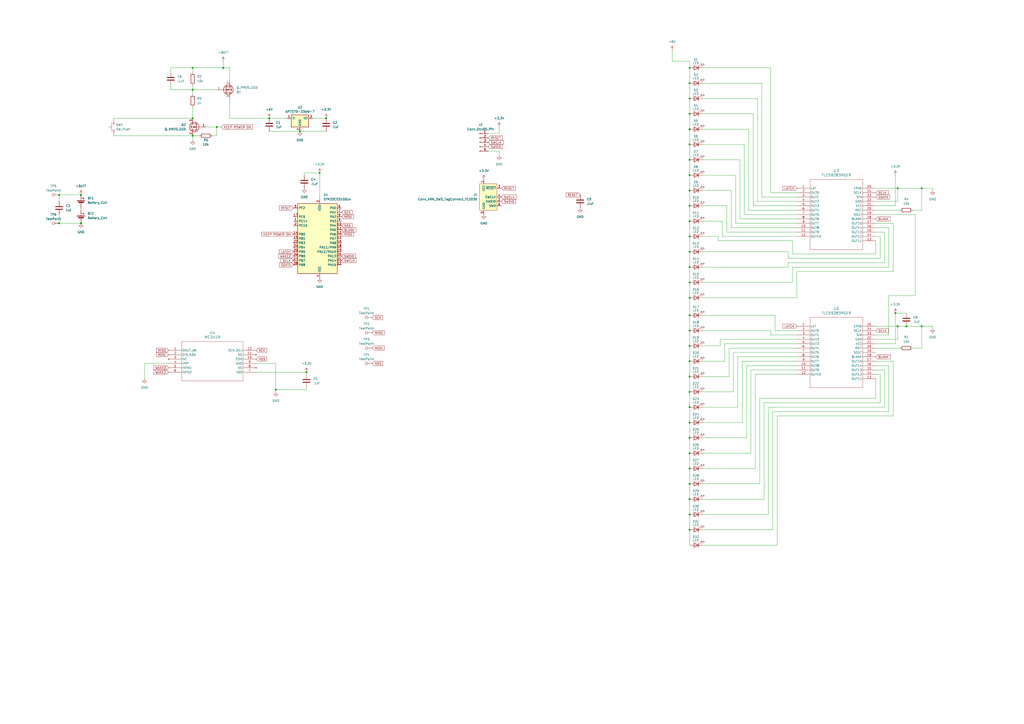
<source format=kicad_sch>
(kicad_sch (version 20231120) (generator "eeschema") (generator_version "8.0")
  (paper "A2")
  (lib_symbols
    (symbol "Connector:Conn_01x05_Pin" (pin_names (offset 1.016) hide)
      (property "Reference" "J" (at 0 7.62 0))
      (property "Value" "Conn_01x05_Pin" (at 0 -7.62 0))
      (symbol "Conn_01x05_Pin_1_1"
        (pin passive line (at 5.08 5.08 180) (length 3.81) (name "Pin_1") (number "1"))
        (pin passive line (at 5.08 2.54 180) (length 3.81) (name "Pin_2") (number "2"))
        (pin passive line (at 5.08 0 180) (length 3.81) (name "Pin_3") (number "3"))
        (pin passive line (at 5.08 -2.54 180) (length 3.81) (name "Pin_4") (number "4"))
        (pin passive line (at 5.08 -5.08 180) (length 3.81) (name "Pin_5") (number "5"))
      )
    )
    (symbol "Connector:Conn_ARM_SWD_TagConnect_TC2030" (in_bom no)
      (property "Reference" "J" (at 2.54 11.43 0))
      (property "Value" "Conn_ARM_SWD_TagConnect_TC2030" (at 5.08 8.89 0))
      (symbol "Conn_ARM_SWD_TagConnect_TC2030_0_0"
        (pin power_in line (at -2.54 10.16 270) (length 2.54) (name "VCC") (number "1"))
        (pin bidirectional line (at 7.62 -2.54 180) (length 2.54) (name "SWDIO") (number "2"))
        (pin open_collector line (at 7.62 5.08 180) (length 2.54) (name "~{RESET}") (number "3"))
        (pin output line (at 7.62 0 180) (length 2.54) (name "SWCLK") (number "4"))
        (pin power_in line (at -2.54 -10.16 90) (length 2.54) (name "GND") (number "5"))
        (pin input line (at 7.62 -5.08 180) (length 2.54) (name "SWO") (number "6"))
      )
    )
    (symbol "Connector:TestPoint" (pin_numbers hide) (pin_names (offset 0.762) hide)
      (property "Reference" "TP" (at 0 6.858 0))
      (property "Value" "TestPoint" (at 0 5.08 0))
      (symbol "TestPoint_1_1"
        (pin passive line (at 0 0 90) (length 2.54) (name "1") (number "1"))
      )
    )
    (symbol "Device:Battery_Cell" (pin_numbers hide) (pin_names (offset 0) hide)
      (property "Reference" "BT" (at 2.54 2.54 0))
      (property "Value" "Battery_Cell" (at 2.54 0 0))
      (symbol "Battery_Cell_1_1"
        (pin passive line (at 0 5.08 270) (length 2.54) (name "+") (number "1"))
        (pin passive line (at 0 -2.54 90) (length 2.54) (name "-") (number "2"))
      )
    )
    (symbol "Device:C" (pin_numbers hide) (pin_names (offset 0.254))
      (property "Reference" "C" (at 0.635 2.54 0))
      (property "Value" "C" (at 0.635 -2.54 0))
      (symbol "C_1_1"
        (pin passive line (at 0 3.81 270) (length 2.794) (name "~") (number "1"))
        (pin passive line (at 0 -3.81 90) (length 2.794) (name "~") (number "2"))
      )
    )
    (symbol "Device:LED" (pin_numbers hide) (pin_names (offset 1.016) hide)
      (property "Reference" "D" (at 0 2.54 0))
      (property "Value" "LED" (at 0 -2.54 0))
      (symbol "LED_1_1"
        (pin passive line (at -3.81 0 0) (length 2.54) (name "K") (number "1"))
        (pin passive line (at 3.81 0 180) (length 2.54) (name "A") (number "2"))
      )
    )
    (symbol "Device:Q_NMOS_GSD" (pin_names (offset 0) hide)
      (property "Reference" "Q" (at 5.08 1.27 0))
      (property "Value" "Q_NMOS_GSD" (at 5.08 -1.27 0))
      (symbol "Q_NMOS_GSD_1_1"
        (pin input line (at -5.08 0 0) (length 2.54) (name "G") (number "1"))
        (pin passive line (at 2.54 -5.08 90) (length 2.54) (name "S") (number "2"))
        (pin passive line (at 2.54 5.08 270) (length 2.54) (name "D") (number "3"))
      )
    )
    (symbol "Device:Q_PMOS_GSD" (pin_names (offset 0) hide)
      (property "Reference" "Q" (at 5.08 1.27 0))
      (property "Value" "Q_PMOS_GSD" (at 5.08 -1.27 0))
      (symbol "Q_PMOS_GSD_1_1"
        (pin input line (at -5.08 0 0) (length 2.54) (name "G") (number "1"))
        (pin passive line (at 2.54 -5.08 90) (length 2.54) (name "S") (number "2"))
        (pin passive line (at 2.54 5.08 270) (length 2.54) (name "D") (number "3"))
      )
    )
    (symbol "Device:R" (pin_numbers hide) (pin_names (offset 0))
      (property "Reference" "R" (at 2.032 0 90))
      (property "Value" "R" (at 0 0 90))
      (symbol "R_1_1"
        (pin passive line (at 0 3.81 270) (length 1.27) (name "~") (number "1"))
        (pin passive line (at 0 -3.81 90) (length 1.27) (name "~") (number "2"))
      )
    )
    (symbol "MC3419:MC3419" (pin_names (offset 0.254))
      (property "Reference" "U" (at 25.4 10.16 0))
      (property "Value" "MC3419" (at 25.4 7.62 0))
      (symbol "MC3419_0_1"
        (pin bidirectional line (at 0 0 0) (length 7.62) (name "DOUT_A6") (number "1"))
        (pin input line (at 50.8 -5.08 180) (length 7.62) (name "CSN") (number "10"))
        (pin no_connect line (at 50.8 -2.54 180) (length 7.62) (name "NC") (number "11"))
        (pin input line (at 50.8 0 180) (length 7.62) (name "SCK_SCL") (number "12"))
        (pin bidirectional line (at 0 -2.54 0) (length 7.62) (name "DIN_SDA") (number "2"))
        (pin no_connect line (at 0 -5.08 0) (length 7.62) (name "NC") (number "3"))
        (pin power_in line (at 0 -7.62 0) (length 7.62) (name "VPP") (number "4"))
        (pin output line (at 0 -10.16 0) (length 7.62) (name "INTN1") (number "5"))
        (pin output line (at 0 -12.7 0) (length 7.62) (name "INTN2") (number "6"))
        (pin power_in line (at 50.8 -12.7 180) (length 7.62) (name "VDD") (number "7"))
        (pin no_connect line (at 50.8 -10.16 180) (length 7.62) (name "NC") (number "8"))
        (pin power_out line (at 50.8 -7.62 180) (length 7.62) (name "GND") (number "9"))
      )
    )
    (symbol "MCU_ST_STM32C0:STM32C031G6Ux"
      (property "Reference" "U" (at -10.16 21.59 0))
      (property "Value" "STM32C031G6Ux" (at 5.08 21.59 0))
      (symbol "STM32C031G6Ux_1_1"
        (pin bidirectional line (at -12.7 10.16 0) (length 2.54) (name "PC14") (number "1"))
        (pin bidirectional line (at 15.24 7.62 180) (length 2.54) (name "PA4") (number "10"))
        (pin bidirectional line (at 15.24 5.08 180) (length 2.54) (name "PA5") (number "11"))
        (pin bidirectional line (at 15.24 2.54 180) (length 2.54) (name "PA6") (number "12"))
        (pin bidirectional line (at 15.24 0 180) (length 2.54) (name "PA7") (number "13"))
        (pin bidirectional line (at -12.7 2.54 0) (length 2.54) (name "PB0") (number "14"))
        (pin bidirectional line (at -12.7 0 0) (length 2.54) (name "PB1") (number "15"))
        (pin bidirectional line (at 15.24 -2.54 180) (length 2.54) (name "PA8") (number "16"))
        (pin bidirectional line (at -12.7 12.7 0) (length 2.54) (name "PC6") (number "17"))
        (pin bidirectional line (at 15.24 -5.08 180) (length 2.54) (name "PA11/PA9") (number "18"))
        (pin bidirectional line (at 15.24 -7.62 180) (length 2.54) (name "PA12/PA10") (number "19"))
        (pin bidirectional line (at -12.7 7.62 0) (length 2.54) (name "PC15") (number "2"))
        (pin bidirectional line (at 15.24 -10.16 180) (length 2.54) (name "PA13") (number "20"))
        (pin bidirectional line (at 15.24 -12.7 180) (length 2.54) (name "PA14") (number "21"))
        (pin bidirectional line (at 15.24 -15.24 180) (length 2.54) (name "PA15") (number "22"))
        (pin bidirectional line (at -12.7 -2.54 0) (length 2.54) (name "PB3") (number "23"))
        (pin bidirectional line (at -12.7 -5.08 0) (length 2.54) (name "PB4") (number "24"))
        (pin bidirectional line (at -12.7 -7.62 0) (length 2.54) (name "PB5") (number "25"))
        (pin bidirectional line (at -12.7 -10.16 0) (length 2.54) (name "PB6") (number "26"))
        (pin bidirectional line (at -12.7 -12.7 0) (length 2.54) (name "PB7") (number "27"))
        (pin bidirectional line (at -12.7 -15.24 0) (length 2.54) (name "PB8") (number "28"))
        (pin power_in line (at 2.54 22.86 270) (length 2.54) (name "VDD") (number "3"))
        (pin power_in line (at 2.54 -22.86 90) (length 2.54) (name "VSS") (number "4"))
        (pin bidirectional line (at -12.7 17.78 0) (length 2.54) (name "PF2") (number "5"))
        (pin bidirectional line (at 15.24 17.78 180) (length 2.54) (name "PA0") (number "6"))
        (pin bidirectional line (at 15.24 15.24 180) (length 2.54) (name "PA1") (number "7"))
        (pin bidirectional line (at 15.24 12.7 180) (length 2.54) (name "PA2") (number "8"))
        (pin bidirectional line (at 15.24 10.16 180) (length 2.54) (name "PA3") (number "9"))
      )
    )
    (symbol "Regulator_Linear:AP7370-33FDC"
      (property "Reference" "U2" (at 0 6.35 0))
      (property "Value" "AP7370-33WW-7" (at 0 3.81 0))
      (symbol "AP7370-33FDC_1_1"
        (pin power_in line (at -7.62 0 0) (length 2.54) (name "VI") (number "1"))
        (pin passive line (at 0 -7.62 90) (length 2.54) hide (name "GND") (number "2"))
        (pin power_in line (at 0 -7.62 90) (length 2.54) (name "GND") (number "2"))
        (pin no_connect line (at -5.08 -2.54 0) (length 2.54) hide (name "NC") (number "2"))
        (pin power_out line (at 7.62 0 180) (length 2.54) (name "VO") (number "3"))
        (pin no_connect line (at 5.08 -2.54 180) (length 2.54) hide (name "NC") (number "4"))
        (pin no_connect line (at -5.08 -5.08 0) (length 2.54) hide (name "NC") (number "5"))
      )
    )
    (symbol "Switch:SW_Push" (pin_numbers hide) (pin_names (offset 1.016) hide)
      (property "Reference" "SW" (at 1.27 2.54 0))
      (property "Value" "SW_Push" (at 0 -1.524 0))
      (symbol "SW_Push_0_1"
        (pin passive line (at -5.08 0 0) (length 2.54) (name "1") (number "1"))
        (pin passive line (at 5.08 0 180) (length 2.54) (name "2") (number "2"))
      )
    )
    (symbol "TLC59283RGER:TLC59283RGER" (pin_names (offset 0.254))
      (property "Reference" "U" (at 22.86 10.16 0))
      (property "Value" "TLC59283RGER" (at 22.86 7.62 0))
      (symbol "TLC59283RGER_0_1"
        (pin input line (at 0 0 0) (length 7.62) (name "LAT") (number "1"))
        (pin output line (at 0 -22.86 0) (length 7.62) (name "OUT8") (number "10"))
        (pin output line (at 0 -25.4 0) (length 7.62) (name "OUT9") (number "11"))
        (pin output line (at 0 -27.94 0) (length 7.62) (name "OUT10") (number "12"))
        (pin output line (at 45.72 -30.48 180) (length 7.62) (name "OUT11") (number "13"))
        (pin output line (at 45.72 -27.94 180) (length 7.62) (name "OUT12") (number "14"))
        (pin output line (at 45.72 -25.4 180) (length 7.62) (name "OUT13") (number "15"))
        (pin output line (at 45.72 -22.86 180) (length 7.62) (name "OUT14") (number "16"))
        (pin output line (at 45.72 -20.32 180) (length 7.62) (name "OUT15") (number "17"))
        (pin input line (at 45.72 -17.78 180) (length 7.62) (name "BLANK") (number "18"))
        (pin output line (at 45.72 -15.24 180) (length 7.62) (name "SOUT") (number "19"))
        (pin output line (at 0 -2.54 0) (length 7.62) (name "OUT0") (number "2"))
        (pin bidirectional line (at 45.72 -12.7 180) (length 7.62) (name "IREF") (number "20"))
        (pin power_in line (at 45.72 -10.16 180) (length 7.62) (name "VCC") (number "21"))
        (pin power_in line (at 45.72 -7.62 180) (length 7.62) (name "GND") (number "22"))
        (pin input line (at 45.72 -5.08 180) (length 7.62) (name "SIN") (number "23"))
        (pin input line (at 45.72 -2.54 180) (length 7.62) (name "SCLK") (number "24"))
        (pin unspecified line (at 45.72 0 180) (length 7.62) (name "EPAD") (number "25"))
        (pin output line (at 0 -5.08 0) (length 7.62) (name "OUT1") (number "3"))
        (pin output line (at 0 -7.62 0) (length 7.62) (name "OUT2") (number "4"))
        (pin output line (at 0 -10.16 0) (length 7.62) (name "OUT3") (number "5"))
        (pin output line (at 0 -12.7 0) (length 7.62) (name "OUT4") (number "6"))
        (pin output line (at 0 -15.24 0) (length 7.62) (name "OUT5") (number "7"))
        (pin output line (at 0 -17.78 0) (length 7.62) (name "OUT6") (number "8"))
        (pin output line (at 0 -20.32 0) (length 7.62) (name "OUT7") (number "9"))
      )
    )
    (symbol "power:+3.3V" (power) (pin_numbers hide) (pin_names (offset 0) hide)
      (property "Value" "+3.3V" (at 0 3.556 0))
      (symbol "+3.3V_1_1"
        (pin power_in line (at 0 0 90) (length 0) (name "~") (number "1"))
      )
    )
    (symbol "power:+6V" (power) (pin_numbers hide) (pin_names (offset 0) hide)
      (property "Value" "+6V" (at 0 3.556 0))
      (symbol "+6V_1_1"
        (pin power_in line (at 0 0 90) (length 0) (name "~") (number "1"))
      )
    )
    (symbol "power:+BATT" (power) (pin_numbers hide) (pin_names (offset 0) hide)
      (property "Value" "+BATT" (at 0 3.556 0))
      (symbol "+BATT_1_1"
        (pin power_in line (at 0 0 90) (length 0) (name "~") (number "1"))
      )
    )
    (symbol "power:GND" (power) (pin_numbers hide) (pin_names (offset 0) hide)
      (property "Value" "GND" (at 0 -3.81 0))
      (symbol "GND_1_1"
        (pin power_in line (at 0 0 270) (length 0) (name "~") (number "1"))
      )
    )
  )
  (junction (at 111.76 52.07))
  (junction (at 125.73 73.66))
  (junction (at 400.05 39.37))
  (junction (at 400.05 280.67))
  (junction (at 534.67 109.22))
  (junction (at 400.05 154.94))
  (junction (at 400.05 182.88))
  (junction (at 525.78 189.23))
  (junction (at 173.99 76.2))
  (junction (at 534.67 189.23))
  (junction (at 400.05 289.56))
  (junction (at 111.76 39.37))
  (junction (at 400.05 119.38))
  (junction (at 400.05 92.71))
  (junction (at 177.8 215.9))
  (junction (at 34.29 129.54))
  (junction (at 400.05 163.83))
  (junction (at 46.99 129.54))
  (junction (at 34.29 113.03))
  (junction (at 111.76 78.74))
  (junction (at 400.05 227.33))
  (junction (at 160.02 226.06))
  (junction (at 400.05 110.49))
  (junction (at 520.7 189.23))
  (junction (at 189.23 68.58))
  (junction (at 400.05 74.93))
  (junction (at 400.05 262.89))
  (junction (at 400.05 128.27))
  (junction (at 400.05 218.44))
  (junction (at 129.54 39.37))
  (junction (at 519.43 181.61))
  (junction (at 400.05 66.04))
  (junction (at 520.7 109.22))
  (junction (at 400.05 101.6))
  (junction (at 400.05 200.66))
  (junction (at 400.05 137.16))
  (junction (at 400.05 191.77))
  (junction (at 400.05 48.26))
  (junction (at 400.05 83.82))
  (junction (at 400.05 298.45))
  (junction (at 400.05 271.78))
  (junction (at 400.05 146.05))
  (junction (at 156.21 68.58))
  (junction (at 400.05 254))
  (junction (at 400.05 307.34))
  (junction (at 185.42 100.33))
  (junction (at 111.76 68.58))
  (junction (at 400.05 172.72))
  (junction (at 400.05 57.15))
  (junction (at 46.99 113.03))
  (junction (at 400.05 245.11))
  (junction (at 400.05 236.22))
  (junction (at 400.05 209.55))
  (wire (pts (xy 515.62 238.76) (xy 448.31 238.76)))
  (wire (pts (xy 510.54 149.86) (xy 457.2 149.86)))
  (wire (pts (xy 457.2 152.4) (xy 457.2 154.94)))
  (wire (pts (xy 400.05 245.11) (xy 400.05 254)))
  (wire (pts (xy 447.04 191.77) (xy 447.04 194.31)))
  (wire (pts (xy 400.05 39.37) (xy 400.05 48.26)))
  (wire (pts (xy 462.28 212.09) (xy 433.07 212.09)))
  (wire (pts (xy 430.53 209.55) (xy 430.53 245.11)))
  (wire (pts (xy 529.59 121.92) (xy 534.67 121.92)))
  (wire (pts (xy 508 201.93) (xy 521.97 201.93)))
  (wire (pts (xy 422.91 201.93) (xy 422.91 218.44)))
  (wire (pts (xy 462.28 119.38) (xy 436.88 119.38)))
  (wire (pts (xy 445.77 298.45) (xy 407.67 298.45)))
  (wire (pts (xy 66.04 68.58) (xy 111.76 68.58)))
  (wire (pts (xy 400.05 307.34) (xy 400.05 316.23)))
  (wire (pts (xy 519.43 181.61) (xy 525.78 181.61)))
  (wire (pts (xy 99.06 49.53) (xy 99.06 52.07)))
  (wire (pts (xy 436.88 66.04) (xy 407.67 66.04)))
  (wire (pts (xy 508 214.63) (xy 513.08 214.63)))
  (wire (pts (xy 508 196.85) (xy 520.7 196.85)))
  (wire (pts (xy 530.86 124.46) (xy 530.86 171.45)))
  (wire (pts (xy 424.18 132.08) (xy 462.28 132.08)))
  (wire (pts (xy 462.28 204.47) (xy 425.45 204.47)))
  (wire (pts (xy 83.82 210.82) (xy 97.79 210.82)))
  (wire (pts (xy 400.05 74.93) (xy 400.05 83.82)))
  (wire (pts (xy 541.02 189.23) (xy 541.02 190.5)))
  (wire (pts (xy 400.05 83.82) (xy 400.05 92.71)))
  (wire (pts (xy 508 109.22) (xy 520.7 109.22)))
  (wire (pts (xy 438.15 217.17) (xy 438.15 271.78)))
  (wire (pts (xy 400.05 218.44) (xy 400.05 227.33)))
  (wire (pts (xy 420.37 199.39) (xy 420.37 209.55)))
  (wire (pts (xy 34.29 124.46) (xy 34.29 129.54)))
  (wire (pts (xy 181.61 68.58) (xy 189.23 68.58)))
  (wire (pts (xy 389.89 35.56) (xy 400.05 35.56)))
  (wire (pts (xy 400.05 172.72) (xy 400.05 182.88)))
  (wire (pts (xy 443.23 289.56) (xy 407.67 289.56)))
  (wire (pts (xy 449.58 182.88) (xy 407.67 182.88)))
  (wire (pts (xy 422.91 218.44) (xy 407.67 218.44)))
  (wire (pts (xy 534.67 109.22) (xy 541.02 109.22)))
  (wire (pts (xy 520.7 116.84) (xy 520.7 109.22)))
  (wire (pts (xy 417.83 200.66) (xy 407.67 200.66)))
  (wire (pts (xy 148.59 210.82) (xy 160.02 210.82)))
  (wire (pts (xy 513.08 214.63) (xy 513.08 236.22)))
  (wire (pts (xy 407.67 110.49) (xy 424.18 110.49)))
  (wire (pts (xy 462.28 172.72) (xy 407.67 172.72)))
  (wire (pts (xy 508 209.55) (xy 518.16 209.55)))
  (wire (pts (xy 99.06 39.37) (xy 111.76 39.37)))
  (wire (pts (xy 462.28 214.63) (xy 435.61 214.63)))
  (wire (pts (xy 441.96 48.26) (xy 407.67 48.26)))
  (wire (pts (xy 450.85 241.3) (xy 450.85 316.23)))
  (wire (pts (xy 111.76 78.74) (xy 115.57 78.74)))
  (wire (pts (xy 176.53 100.33) (xy 176.53 101.6)))
  (wire (pts (xy 462.28 134.62) (xy 421.64 134.62)))
  (wire (pts (xy 400.05 101.6) (xy 400.05 110.49)))
  (wire (pts (xy 448.31 238.76) (xy 448.31 307.34)))
  (wire (pts (xy 462.28 114.3) (xy 441.96 114.3)))
  (wire (pts (xy 508 134.62) (xy 513.08 134.62)))
  (wire (pts (xy 508 199.39) (xy 519.43 199.39)))
  (wire (pts (xy 462.28 201.93) (xy 422.91 201.93)))
  (wire (pts (xy 400.05 271.78) (xy 400.05 280.67)))
  (wire (pts (xy 400.05 236.22) (xy 400.05 245.11)))
  (wire (pts (xy 421.64 119.38) (xy 407.67 119.38)))
  (wire (pts (xy 427.99 207.01) (xy 427.99 236.22)))
  (wire (pts (xy 400.05 200.66) (xy 400.05 209.55)))
  (wire (pts (xy 449.58 191.77) (xy 449.58 182.88)))
  (wire (pts (xy 510.54 233.68) (xy 443.23 233.68)))
  (wire (pts (xy 400.05 191.77) (xy 400.05 200.66)))
  (wire (pts (xy 513.08 134.62) (xy 513.08 152.4)))
  (wire (pts (xy 111.76 49.53) (xy 111.76 52.07)))
  (wire (pts (xy 400.05 119.38) (xy 400.05 128.27)))
  (wire (pts (xy 462.28 209.55) (xy 430.53 209.55)))
  (wire (pts (xy 389.89 29.21) (xy 389.89 35.56)))
  (wire (pts (xy 111.76 62.23) (xy 111.76 68.58)))
  (wire (pts (xy 400.05 254) (xy 400.05 262.89)))
  (wire (pts (xy 518.16 157.48) (xy 462.28 157.48)))
  (wire (pts (xy 400.05 280.67) (xy 400.05 289.56)))
  (wire (pts (xy 400.05 209.55) (xy 400.05 218.44)))
  (wire (pts (xy 440.69 231.14) (xy 440.69 280.67)))
  (wire (pts (xy 462.28 199.39) (xy 420.37 199.39)))
  (wire (pts (xy 435.61 262.89) (xy 407.67 262.89)))
  (wire (pts (xy 111.76 78.74) (xy 111.76 81.28)))
  (wire (pts (xy 125.73 73.66) (xy 128.27 73.66)))
  (wire (pts (xy 400.05 128.27) (xy 400.05 137.16)))
  (wire (pts (xy 518.16 209.55) (xy 518.16 241.3)))
  (wire (pts (xy 508 194.31) (xy 515.62 194.31)))
  (wire (pts (xy 407.67 191.77) (xy 447.04 191.77)))
  (wire (pts (xy 133.35 39.37) (xy 129.54 39.37)))
  (wire (pts (xy 429.26 127) (xy 462.28 127)))
  (wire (pts (xy 400.05 262.89) (xy 400.05 271.78)))
  (wire (pts (xy 111.76 39.37) (xy 129.54 39.37)))
  (wire (pts (xy 133.35 39.37) (xy 133.35 46.99)))
  (wire (pts (xy 173.99 76.2) (xy 189.23 76.2)))
  (wire (pts (xy 448.31 307.34) (xy 407.67 307.34)))
  (wire (pts (xy 185.42 100.33) (xy 185.42 115.57)))
  (wire (pts (xy 525.78 189.23) (xy 534.67 189.23)))
  (wire (pts (xy 34.29 113.03) (xy 46.99 113.03)))
  (wire (pts (xy 99.06 52.07) (xy 111.76 52.07)))
  (wire (pts (xy 431.8 83.82) (xy 407.67 83.82)))
  (wire (pts (xy 283.21 77.47) (xy 289.56 77.47)))
  (wire (pts (xy 440.69 280.67) (xy 407.67 280.67)))
  (wire (pts (xy 420.37 209.55) (xy 407.67 209.55)))
  (wire (pts (xy 508 137.16) (xy 510.54 137.16)))
  (wire (pts (xy 434.34 121.92) (xy 462.28 121.92)))
  (wire (pts (xy 508 121.92) (xy 521.97 121.92)))
  (wire (pts (xy 450.85 316.23) (xy 407.67 316.23)))
  (wire (pts (xy 439.42 116.84) (xy 462.28 116.84)))
  (wire (pts (xy 447.04 111.76) (xy 462.28 111.76)))
  (wire (pts (xy 400.05 298.45) (xy 400.05 307.34)))
  (wire (pts (xy 156.21 68.58) (xy 166.37 68.58)))
  (wire (pts (xy 508 231.14) (xy 440.69 231.14)))
  (wire (pts (xy 419.1 128.27) (xy 419.1 137.16)))
  (wire (pts (xy 439.42 57.15) (xy 439.42 116.84)))
  (wire (pts (xy 462.28 217.17) (xy 438.15 217.17)))
  (wire (pts (xy 434.34 74.93) (xy 434.34 121.92)))
  (wire (pts (xy 111.76 54.61) (xy 111.76 52.07)))
  (wire (pts (xy 119.38 73.66) (xy 125.73 73.66)))
  (wire (pts (xy 429.26 92.71) (xy 429.26 127)))
  (wire (pts (xy 430.53 245.11) (xy 407.67 245.11)))
  (wire (pts (xy 459.74 139.7) (xy 416.56 139.7)))
  (wire (pts (xy 177.8 224.79) (xy 177.8 226.06)))
  (wire (pts (xy 518.16 129.54) (xy 518.16 157.48)))
  (wire (pts (xy 459.74 163.83) (xy 407.67 163.83)))
  (wire (pts (xy 400.05 137.16) (xy 400.05 146.05)))
  (wire (pts (xy 520.7 109.22) (xy 534.67 109.22)))
  (wire (pts (xy 530.86 171.45) (xy 515.62 171.45)))
  (wire (pts (xy 519.43 181.61) (xy 519.43 199.39)))
  (wire (pts (xy 425.45 204.47) (xy 425.45 227.33)))
  (wire (pts (xy 407.67 57.15) (xy 439.42 57.15)))
  (wire (pts (xy 400.05 110.49) (xy 400.05 119.38)))
  (wire (pts (xy 156.21 76.2) (xy 173.99 76.2)))
  (wire (pts (xy 508 212.09) (xy 515.62 212.09)))
  (wire (pts (xy 289.56 87.63) (xy 283.21 87.63)))
  (wire (pts (xy 424.18 110.49) (xy 424.18 132.08)))
  (wire (pts (xy 462.28 124.46) (xy 431.8 124.46)))
  (wire (pts (xy 46.99 120.65) (xy 46.99 121.92)))
  (wire (pts (xy 289.56 90.17) (xy 289.56 87.63)))
  (wire (pts (xy 515.62 154.94) (xy 459.74 154.94)))
  (wire (pts (xy 508 132.08) (xy 515.62 132.08)))
  (wire (pts (xy 185.42 100.33) (xy 176.53 100.33)))
  (wire (pts (xy 433.07 254) (xy 407.67 254)))
  (wire (pts (xy 534.67 121.92) (xy 534.67 109.22)))
  (wire (pts (xy 416.56 137.16) (xy 407.67 137.16)))
  (wire (pts (xy 133.35 57.15) (xy 133.35 68.58)))
  (wire (pts (xy 518.16 241.3) (xy 450.85 241.3)))
  (wire (pts (xy 433.07 212.09) (xy 433.07 254)))
  (wire (pts (xy 508 129.54) (xy 518.16 129.54)))
  (wire (pts (xy 129.54 35.56) (xy 129.54 39.37)))
  (wire (pts (xy 462.28 196.85) (xy 417.83 196.85)))
  (wire (pts (xy 515.62 132.08) (xy 515.62 154.94)))
  (wire (pts (xy 426.72 129.54) (xy 426.72 101.6)))
  (wire (pts (xy 426.72 101.6) (xy 407.67 101.6)))
  (wire (pts (xy 400.05 48.26) (xy 400.05 57.15)))
  (wire (pts (xy 400.05 146.05) (xy 400.05 154.94)))
  (wire (pts (xy 508 189.23) (xy 520.7 189.23)))
  (wire (pts (xy 508 139.7) (xy 508 147.32)))
  (wire (pts (xy 160.02 226.06) (xy 177.8 226.06)))
  (wire (pts (xy 459.74 147.32) (xy 459.74 139.7)))
  (wire (pts (xy 111.76 39.37) (xy 111.76 41.91)))
  (wire (pts (xy 508 147.32) (xy 459.74 147.32)))
  (wire (pts (xy 419.1 137.16) (xy 462.28 137.16)))
  (wire (pts (xy 462.28 129.54) (xy 426.72 129.54)))
  (wire (pts (xy 457.2 149.86) (xy 457.2 146.05)))
  (wire (pts (xy 520.7 196.85) (xy 520.7 189.23)))
  (wire (pts (xy 513.08 152.4) (xy 457.2 152.4)))
  (wire (pts (xy 513.08 236.22) (xy 445.77 236.22)))
  (wire (pts (xy 459.74 154.94) (xy 459.74 163.83)))
  (wire (pts (xy 436.88 119.38) (xy 436.88 66.04)))
  (wire (pts (xy 66.04 78.74) (xy 111.76 78.74)))
  (wire (pts (xy 515.62 212.09) (xy 515.62 238.76)))
  (wire (pts (xy 148.59 215.9) (xy 177.8 215.9)))
  (wire (pts (xy 462.28 157.48) (xy 462.28 172.72)))
  (wire (pts (xy 400.05 227.33) (xy 400.05 236.22)))
  (wire (pts (xy 400.05 66.04) (xy 400.05 74.93)))
  (wire (pts (xy 421.64 134.62) (xy 421.64 119.38)))
  (wire (pts (xy 177.8 215.9) (xy 177.8 217.17)))
  (wire (pts (xy 83.82 219.71) (xy 83.82 210.82)))
  (wire (pts (xy 508 124.46) (xy 530.86 124.46)))
  (wire (pts (xy 417.83 196.85) (xy 417.83 200.66)))
  (wire (pts (xy 508 116.84) (xy 520.7 116.84)))
  (wire (pts (xy 400.05 163.83) (xy 400.05 172.72)))
  (wire (pts (xy 125.73 78.74) (xy 125.73 73.66)))
  (wire (pts (xy 438.15 271.78) (xy 407.67 271.78)))
  (wire (pts (xy 289.56 73.66) (xy 289.56 77.47)))
  (wire (pts (xy 462.28 191.77) (xy 449.58 191.77)))
  (wire (pts (xy 133.35 68.58) (xy 156.21 68.58)))
  (wire (pts (xy 407.67 39.37) (xy 447.04 39.37)))
  (wire (pts (xy 400.05 92.71) (xy 400.05 101.6)))
  (wire (pts (xy 534.67 189.23) (xy 541.02 189.23)))
  (wire (pts (xy 462.28 207.01) (xy 427.99 207.01)))
  (wire (pts (xy 520.7 189.23) (xy 525.78 189.23)))
  (wire (pts (xy 123.19 78.74) (xy 125.73 78.74)))
  (wire (pts (xy 457.2 154.94) (xy 407.67 154.94)))
  (wire (pts (xy 407.67 128.27) (xy 419.1 128.27)))
  (wire (pts (xy 407.67 74.93) (xy 434.34 74.93)))
  (wire (pts (xy 435.61 214.63) (xy 435.61 262.89)))
  (wire (pts (xy 443.23 233.68) (xy 443.23 289.56)))
  (wire (pts (xy 529.59 201.93) (xy 534.67 201.93)))
  (wire (pts (xy 445.77 236.22) (xy 445.77 298.45)))
  (wire (pts (xy 99.06 41.91) (xy 99.06 39.37)))
  (wire (pts (xy 160.02 226.06) (xy 160.02 227.33)))
  (wire (pts (xy 400.05 154.94) (xy 400.05 163.83)))
  (wire (pts (xy 400.05 289.56) (xy 400.05 298.45)))
  (wire (pts (xy 407.67 92.71) (xy 429.26 92.71)))
  (wire (pts (xy 431.8 124.46) (xy 431.8 83.82)))
  (wire (pts (xy 34.29 129.54) (xy 46.99 129.54)))
  (wire (pts (xy 519.43 101.6) (xy 519.43 119.38)))
  (wire (pts (xy 515.62 171.45) (xy 515.62 194.31)))
  (wire (pts (xy 400.05 35.56) (xy 400.05 39.37)))
  (wire (pts (xy 508 119.38) (xy 519.43 119.38)))
  (wire (pts (xy 416.56 139.7) (xy 416.56 137.16)))
  (wire (pts (xy 510.54 137.16) (xy 510.54 149.86)))
  (wire (pts (xy 425.45 227.33) (xy 407.67 227.33)))
  (wire (pts (xy 427.99 236.22) (xy 407.67 236.22)))
  (wire (pts (xy 510.54 217.17) (xy 510.54 233.68)))
  (wire (pts (xy 447.04 39.37) (xy 447.04 111.76)))
  (wire (pts (xy 34.29 116.84) (xy 34.29 113.03)))
  (wire (pts (xy 457.2 146.05) (xy 407.67 146.05)))
  (wire (pts (xy 508 217.17) (xy 510.54 217.17)))
  (wire (pts (xy 534.67 201.93) (xy 534.67 189.23)))
  (wire (pts (xy 441.96 114.3) (xy 441.96 48.26)))
  (wire (pts (xy 508 219.71) (xy 508 231.14)))
  (wire (pts (xy 160.02 210.82) (xy 160.02 226.06)))
  (wire (pts (xy 111.76 52.07) (xy 125.73 52.07)))
  (wire (pts (xy 541.02 109.22) (xy 541.02 110.49)))
  (wire (pts (xy 400.05 182.88) (xy 400.05 191.77)))
  (wire (pts (xy 447.04 194.31) (xy 462.28 194.31)))
  (wire (pts (xy 400.05 57.15) (xy 400.05 66.04)))
  (global_label "SCLK" (shape input) (at 508 191.77 0) (property "Intersheetrefs" "${INTERSHEET_REFS}" (effects (hide yes))))
  (global_label "SCLK" (shape input) (at 508 111.76 0) (property "Intersheetrefs" "${INTERSHEET_REFS}" (effects (hide yes))))
  (global_label "KEEP POWER ON" (shape input) (at 170.18 135.89 180) (property "Intersheetrefs" "${INTERSHEET_REFS}" (effects (hide yes))))
  (global_label "MOSI" (shape input) (at 97.79 205.74 180) (property "Intersheetrefs" "${INTERSHEET_REFS}" (effects (hide yes))))
  (global_label "LATCH" (shape input) (at 462.28 189.23 180) (property "Intersheetrefs" "${INTERSHEET_REFS}" (effects (hide yes))))
  (global_label "MOSI" (shape input) (at 198.12 125.73 0) (property "Intersheetrefs" "${INTERSHEET_REFS}" (effects (hide yes))))
  (global_label "NSS" (shape input) (at 148.59 208.28 0) (property "Intersheetrefs" "${INTERSHEET_REFS}" (effects (hide yes))))
  (global_label "NSS" (shape input) (at 215.9 210.82 0) (property "Intersheetrefs" "${INTERSHEET_REFS}" (effects (hide yes))))
  (global_label "SWCLK" (shape input) (at 198.12 151.13 0) (property "Intersheetrefs" "${INTERSHEET_REFS}" (effects (hide yes))))
  (global_label "SWDIO" (shape input) (at 198.12 148.59 0) (property "Intersheetrefs" "${INTERSHEET_REFS}" (effects (hide yes))))
  (global_label "SDATA" (shape input) (at 170.18 153.67 180) (property "Intersheetrefs" "${INTERSHEET_REFS}" (effects (hide yes))))
  (global_label "BLANK" (shape input) (at 198.12 133.35 0) (property "Intersheetrefs" "${INTERSHEET_REFS}" (effects (hide yes))))
  (global_label "LATCH" (shape input) (at 462.28 109.22 180) (property "Intersheetrefs" "${INTERSHEET_REFS}" (effects (hide yes))))
  (global_label "SWCLK" (shape input) (at 290.83 114.3 0) (property "Intersheetrefs" "${INTERSHEET_REFS}" (effects (hide yes))))
  (global_label "WAKE2" (shape input) (at 170.18 148.59 180) (property "Intersheetrefs" "${INTERSHEET_REFS}" (effects (hide yes))))
  (global_label "NSS" (shape input) (at 198.12 130.81 0) (property "Intersheetrefs" "${INTERSHEET_REFS}" (effects (hide yes))))
  (global_label "LATCH" (shape input) (at 170.18 146.05 180) (property "Intersheetrefs" "${INTERSHEET_REFS}" (effects (hide yes))))
  (global_label "RESET" (shape input) (at 170.18 120.65 180) (property "Intersheetrefs" "${INTERSHEET_REFS}" (effects (hide yes))))
  (global_label "RESET" (shape input) (at 336.55 113.03 180) (property "Intersheetrefs" "${INTERSHEET_REFS}" (effects (hide yes))))
  (global_label "SDATA" (shape input) (at 508 114.3 0) (property "Intersheetrefs" "${INTERSHEET_REFS}" (effects (hide yes))))
  (global_label "WAKE2" (shape input) (at 97.79 215.9 180) (property "Intersheetrefs" "${INTERSHEET_REFS}" (effects (hide yes))))
  (global_label "MOSI" (shape input) (at 215.9 201.93 0) (property "Intersheetrefs" "${INTERSHEET_REFS}" (effects (hide yes))))
  (global_label "SCK" (shape input) (at 198.12 123.19 0) (property "Intersheetrefs" "${INTERSHEET_REFS}" (effects (hide yes))))
  (global_label "RESET" (shape input) (at 283.21 80.01 0) (property "Intersheetrefs" "${INTERSHEET_REFS}" (effects (hide yes))))
  (global_label "MISO" (shape input) (at 198.12 135.89 0) (property "Intersheetrefs" "${INTERSHEET_REFS}" (effects (hide yes))))
  (global_label "BLANK" (shape input) (at 508 207.01 0) (property "Intersheetrefs" "${INTERSHEET_REFS}" (effects (hide yes))))
  (global_label "SCK" (shape input) (at 215.9 184.15 0) (property "Intersheetrefs" "${INTERSHEET_REFS}" (effects (hide yes))))
  (global_label "RESET" (shape input) (at 290.83 109.22 0) (property "Intersheetrefs" "${INTERSHEET_REFS}" (effects (hide yes))))
  (global_label "KEEP POWER ON" (shape input) (at 128.27 73.66 0) (property "Intersheetrefs" "${INTERSHEET_REFS}" (effects (hide yes))))
  (global_label "SCK" (shape input) (at 148.59 203.2 0) (property "Intersheetrefs" "${INTERSHEET_REFS}" (effects (hide yes))))
  (global_label "SWCLK" (shape input) (at 283.21 82.55 0) (property "Intersheetrefs" "${INTERSHEET_REFS}" (effects (hide yes))))
  (global_label "SWDIO" (shape input) (at 290.83 116.84 0) (property "Intersheetrefs" "${INTERSHEET_REFS}" (effects (hide yes))))
  (global_label "SWDIO" (shape input) (at 283.21 85.09 0) (property "Intersheetrefs" "${INTERSHEET_REFS}" (effects (hide yes))))
  (global_label "BLANK" (shape input) (at 508 127 0) (property "Intersheetrefs" "${INTERSHEET_REFS}" (effects (hide yes))))
  (global_label "MISO" (shape input) (at 97.79 203.2 180) (property "Intersheetrefs" "${INTERSHEET_REFS}" (effects (hide yes))))
  (global_label "WAKE0" (shape input) (at 97.79 213.36 180) (property "Intersheetrefs" "${INTERSHEET_REFS}" (effects (hide yes))))
  (global_label "SCLK" (shape input) (at 170.18 151.13 180) (property "Intersheetrefs" "${INTERSHEET_REFS}" (effects (hide yes))))
  (global_label "MISO" (shape input) (at 215.9 193.04 0) (property "Intersheetrefs" "${INTERSHEET_REFS}" (effects (hide yes))))
  (symbol (lib_id "power:GND") (at 280.67 124.46 0) (unit 1)
    (property "Reference" "#PWR020" (effects (hide yes)))
    (property "Value" "GND" (at 280.67 129.54 0))
    (property "Description" "Power symbol creates a global label with name \"GND\" , ground" (effects (hide yes)))
  )
  (symbol (lib_id "Device:LED") (at 403.86 48.26 180) (unit 1)
    (property "Reference" "D2" (at 403.606 43.434 0))
    (property "Value" "LED" (at 403.606 45.466 0))
    (property "Footprint" "LED_SMD:LED_0603_1608Metric" (effects (hide yes)))
    (property "Description" "Light emitting diode" (effects (hide yes)))
  )
  (symbol (lib_id "power:+3.3V") (at 519.43 181.61 0) (unit 1)
    (property "Reference" "#PWR016" (effects (hide yes)))
    (property "Value" "+3.3V" (at 519.43 176.53 0))
    (property "Description" "Power symbol creates a global label with name \"+3.3V\"" (effects (hide yes)))
  )
  (symbol (lib_id "Connector:Conn_ARM_SWD_TagConnect_TC2030") (at 283.21 114.3 0) (unit 1) (in_bom no)
    (property "Reference" "J1" (at 276.86 113.0299 0) (effects (justify right)))
    (property "Value" "Conn_ARM_SWD_TagConnect_TC2030" (at 276.86 115.5699 0) (effects (justify right)))
    (property "Footprint" "Connector:Tag-Connect_TC2030-IDC-FP_2x03_P1.27mm_Vertical" (effects (hide yes)))
    (property "Datasheet" "https://www.tag-connect.com/wp-content/uploads/bsk-pdf-manager/TC2030-CTX_1.pdf" (effects (hide yes)))
    (property "Description" "Tag-Connect ARM Cortex SWD JTAG connector, 6 pin" (effects (hide yes)))
  )
  (symbol (lib_id "Device:LED") (at 403.86 119.38 180) (unit 1)
    (property "Reference" "D10" (at 403.606 114.554 0))
    (property "Value" "LED" (at 403.606 116.586 0))
    (property "Footprint" "LED_SMD:LED_0603_1608Metric" (effects (hide yes)))
    (property "Description" "Light emitting diode" (effects (hide yes)))
  )
  (symbol (lib_id "Device:C") (at 525.78 185.42 0) (unit 1)
    (property "Reference" "C8" (at 529.59 184.1499 0) (effects (justify left)))
    (property "Value" ".1uf" (at 529.59 186.6899 0) (effects (justify left)))
    (property "Footprint" "Capacitor_SMD:C_0603_1608Metric" (effects (hide yes)))
    (property "Description" "Unpolarized capacitor" (effects (hide yes)))
  )
  (symbol (lib_id "power:+3.3V") (at 177.8 215.9 0) (unit 1)
    (property "Reference" "#PWR012" (effects (hide yes)))
    (property "Value" "+3.3V" (at 177.8 210.82 0))
    (property "Description" "Power symbol creates a global label with name \"+3.3V\"" (effects (hide yes)))
  )
  (symbol (lib_id "Device:LED") (at 403.86 245.11 180) (unit 1)
    (property "Reference" "D24" (at 403.606 240.284 0))
    (property "Value" "LED" (at 403.606 242.316 0))
    (property "Footprint" "LED_SMD:LED_0603_1608Metric" (effects (hide yes)))
    (property "Description" "Light emitting diode" (effects (hide yes)))
  )
  (symbol (lib_id "MCU_ST_STM32C0:STM32C031G6Ux") (at 182.88 138.43 0) (unit 1)
    (property "Reference" "U1" (at 187.6141 113.03 0) (effects (justify left)))
    (property "Value" "STM32C031G6Ux" (at 187.6141 115.57 0) (effects (justify left)))
    (property "Footprint" "Package_DFN_QFN:QFN-28_4x4mm_P0.5mm" (effects (hide yes)))
    (property "Datasheet" "https://www.st.com/resource/en/datasheet/stm32c031g6.pdf" (effects (hide yes)))
    (property "Description" "STMicroelectronics Arm Cortex-M0+ MCU, 32KB flash, 12KB RAM, 48 MHz, 2.0-3.6V, 26 GPIO, UFQFPN28" (effects (hide yes)))
  )
  (symbol (lib_id "Device:Battery_Cell") (at 46.99 118.11 0) (unit 1)
    (property "Reference" "BT1" (at 50.8 114.9984 0) (effects (justify left)))
    (property "Value" "Battery_Cell" (at 50.8 117.5384 0) (effects (justify left)))
    (property "Footprint" "footprints:cr2032" (effects (hide yes)))
    (property "Description" "Single-cell battery" (effects (hide yes)))
  )
  (symbol (lib_id "Device:R") (at 525.78 121.92 90) (unit 1)
    (property "Reference" "R4" (at 525.78 115.57 90))
    (property "Value" "10k" (at 525.78 118.11 90))
    (property "Footprint" "Resistor_SMD:R_0603_1608Metric" (effects (hide yes)))
    (property "Description" "Resistor" (effects (hide yes)))
  )
  (symbol (lib_id "Device:LED") (at 403.86 289.56 180) (unit 1)
    (property "Reference" "D29" (at 403.606 284.734 0))
    (property "Value" "LED" (at 403.606 286.766 0))
    (property "Footprint" "LED_SMD:LED_0603_1608Metric" (effects (hide yes)))
    (property "Description" "Light emitting diode" (effects (hide yes)))
  )
  (symbol (lib_id "power:GND") (at 83.82 219.71 0) (unit 1)
    (property "Reference" "#PWR013" (effects (hide yes)))
    (property "Value" "GND" (at 83.82 224.79 0))
    (property "Description" "Power symbol creates a global label with name \"GND\" , ground" (effects (hide yes)))
  )
  (symbol (lib_id "Device:LED") (at 403.86 128.27 180) (unit 1)
    (property "Reference" "D11" (at 403.606 123.444 0))
    (property "Value" "LED" (at 403.606 125.476 0))
    (property "Footprint" "LED_SMD:LED_0603_1608Metric" (effects (hide yes)))
    (property "Description" "Light emitting diode" (effects (hide yes)))
  )
  (symbol (lib_id "Device:LED") (at 403.86 307.34 180) (unit 1)
    (property "Reference" "D31" (at 403.606 302.514 0))
    (property "Value" "LED" (at 403.606 304.546 0))
    (property "Footprint" "LED_SMD:LED_0603_1608Metric" (effects (hide yes)))
    (property "Description" "Light emitting diode" (effects (hide yes)))
  )
  (symbol (lib_id "Device:LED") (at 403.86 172.72 180) (unit 1)
    (property "Reference" "D16" (at 403.606 167.894 0))
    (property "Value" "LED" (at 403.606 169.926 0))
    (property "Footprint" "LED_SMD:LED_0603_1608Metric" (effects (hide yes)))
    (property "Description" "Light emitting diode" (effects (hide yes)))
  )
  (symbol (lib_id "Device:C") (at 176.53 105.41 0) (unit 1)
    (property "Reference" "C4" (at 180.34 104.1399 0) (effects (justify left)))
    (property "Value" ".1uf" (at 180.34 106.6799 0) (effects (justify left)))
    (property "Footprint" "Capacitor_SMD:C_0603_1608Metric" (effects (hide yes)))
    (property "Description" "Unpolarized capacitor" (effects (hide yes)))
  )
  (symbol (lib_id "Device:LED") (at 403.86 218.44 180) (unit 1)
    (property "Reference" "D21" (at 403.606 213.614 0))
    (property "Value" "LED" (at 403.606 215.646 0))
    (property "Footprint" "LED_SMD:LED_0603_1608Metric" (effects (hide yes)))
    (property "Description" "Light emitting diode" (effects (hide yes)))
  )
  (symbol (lib_id "TLC59283RGER:TLC59283RGER") (at 462.28 189.23 0) (unit 1)
    (property "Reference" "U5" (at 485.14 179.07 0) (effects (font (size 1.524 1.524))))
    (property "Value" "TLC59283RGER" (at 485.14 181.61 0) (effects (font (size 1.524 1.524))))
    (property "Footprint" "footprints:RGE24_2P1X2P1_TEX" (effects (hide yes)))
    (property "Datasheet" "TLC59283RGER" (effects (hide yes)))
  )
  (symbol (lib_id "Device:LED") (at 403.86 101.6 180) (unit 1)
    (property "Reference" "D8" (at 403.606 96.774 0))
    (property "Value" "LED" (at 403.606 98.806 0))
    (property "Footprint" "LED_SMD:LED_0603_1608Metric" (effects (hide yes)))
    (property "Description" "Light emitting diode" (effects (hide yes)))
  )
  (symbol (lib_id "power:GND") (at 176.53 109.22 0) (unit 1)
    (property "Reference" "#PWR010" (effects (hide yes)))
    (property "Value" "GND" (at 176.53 114.3 0))
    (property "Description" "Power symbol creates a global label with name \"GND\" , ground" (effects (hide yes)))
  )
  (symbol (lib_id "Connector:TestPoint") (at 215.9 210.82 90) (unit 1)
    (property "Reference" "TP4" (at 212.598 205.74 90))
    (property "Value" "TestPoint" (at 212.598 208.28 90))
    (property "Footprint" "TestPoint:TestPoint_Pad_D1.0mm" (effects (hide yes)))
    (property "Description" "test point" (effects (hide yes)))
  )
  (symbol (lib_id "Device:LED") (at 403.86 163.83 180) (unit 1)
    (property "Reference" "D15" (at 403.606 159.004 0))
    (property "Value" "LED" (at 403.606 161.036 0))
    (property "Footprint" "LED_SMD:LED_0603_1608Metric" (effects (hide yes)))
    (property "Description" "Light emitting diode" (effects (hide yes)))
  )
  (symbol (lib_id "Device:LED") (at 403.86 236.22 180) (unit 1)
    (property "Reference" "D23" (at 403.606 231.394 0))
    (property "Value" "LED" (at 403.606 233.426 0))
    (property "Footprint" "LED_SMD:LED_0603_1608Metric" (effects (hide yes)))
    (property "Description" "Light emitting diode" (effects (hide yes)))
  )
  (symbol (lib_id "MC3419:MC3419") (at 97.79 203.2 0) (unit 1)
    (property "Reference" "U4" (at 123.19 193.04 0) (effects (font (size 1.524 1.524))))
    (property "Value" "MC3419" (at 123.19 195.58 0) (effects (font (size 1.524 1.524))))
    (property "Footprint" "Package_LGA:LGA-12_2x2mm_P0.5mm" (effects (hide yes)))
    (property "Datasheet" "MC3419" (effects (hide yes)))
  )
  (symbol (lib_id "Device:R") (at 525.78 201.93 90) (unit 1)
    (property "Reference" "R1" (at 525.78 195.58 90))
    (property "Value" "10k" (at 525.78 198.12 90))
    (property "Footprint" "Resistor_SMD:R_0603_1608Metric" (effects (hide yes)))
    (property "Description" "Resistor" (effects (hide yes)))
  )
  (symbol (lib_id "Device:LED") (at 403.86 154.94 180) (unit 1)
    (property "Reference" "D14" (at 403.606 150.114 0))
    (property "Value" "LED" (at 403.606 152.146 0))
    (property "Footprint" "LED_SMD:LED_0603_1608Metric" (effects (hide yes)))
    (property "Description" "Light emitting diode" (effects (hide yes)))
  )
  (symbol (lib_id "power:GND") (at 46.99 129.54 0) (unit 1)
    (property "Reference" "#PWR01" (effects (hide yes)))
    (property "Value" "GND" (at 46.99 134.62 0))
    (property "Description" "Power symbol creates a global label with name \"GND\" , ground" (effects (hide yes)))
  )
  (symbol (lib_id "Device:LED") (at 403.86 66.04 180) (unit 1)
    (property "Reference" "D4" (at 403.606 61.214 0))
    (property "Value" "LED" (at 403.606 63.246 0))
    (property "Footprint" "LED_SMD:LED_0603_1608Metric" (effects (hide yes)))
    (property "Description" "Light emitting diode" (effects (hide yes)))
  )
  (symbol (lib_id "Device:C") (at 99.06 45.72 0) (unit 1)
    (property "Reference" "C6" (at 102.87 44.4499 0) (effects (justify left)))
    (property "Value" ".1uf" (at 102.87 46.9899 0) (effects (justify left)))
    (property "Footprint" "Capacitor_SMD:C_0603_1608Metric" (effects (hide yes)))
    (property "Description" "Unpolarized capacitor" (effects (hide yes)))
  )
  (symbol (lib_id "Device:LED") (at 403.86 200.66 180) (unit 1)
    (property "Reference" "D19" (at 403.606 195.834 0))
    (property "Value" "LED" (at 403.606 197.866 0))
    (property "Footprint" "LED_SMD:LED_0603_1608Metric" (effects (hide yes)))
    (property "Description" "Light emitting diode" (effects (hide yes)))
  )
  (symbol (lib_id "Device:LED") (at 403.86 262.89 180) (unit 1)
    (property "Reference" "D26" (at 403.606 258.064 0))
    (property "Value" "LED" (at 403.606 260.096 0))
    (property "Footprint" "LED_SMD:LED_0603_1608Metric" (effects (hide yes)))
    (property "Description" "Light emitting diode" (effects (hide yes)))
  )
  (symbol (lib_id "Connector:Conn_01x05_Pin") (at 278.13 82.55 0) (unit 1)
    (property "Reference" "J2" (at 278.765 72.39 0))
    (property "Value" "Conn_01x05_Pin" (at 278.765 74.93 0))
    (property "Footprint" "Connector_PinHeader_2.54mm:PinHeader_1x05_P2.54mm_Vertical" (effects (hide yes)))
    (property "Description" "Generic connector, single row, 01x05, script generated" (effects (hide yes)))
  )
  (symbol (lib_id "power:GND") (at 541.02 190.5 0) (unit 1)
    (property "Reference" "#PWR017" (effects (hide yes)))
    (property "Value" "GND" (at 541.02 195.58 0))
    (property "Description" "Power symbol creates a global label with name \"GND\" , ground" (effects (hide yes)))
  )
  (symbol (lib_id "Device:R") (at 111.76 45.72 0) (unit 1)
    (property "Reference" "R2" (at 114.3 44.4499 0) (effects (justify left)))
    (property "Value" "10k" (at 114.3 46.9899 0) (effects (justify left)))
    (property "Footprint" "Resistor_SMD:R_0603_1608Metric" (effects (hide yes)))
    (property "Description" "Resistor" (effects (hide yes)))
  )
  (symbol (lib_id "Device:LED") (at 403.86 137.16 180) (unit 1)
    (property "Reference" "D12" (at 403.606 132.334 0))
    (property "Value" "LED" (at 403.606 134.366 0))
    (property "Footprint" "LED_SMD:LED_0603_1608Metric" (effects (hide yes)))
    (property "Description" "Light emitting diode" (effects (hide yes)))
  )
  (symbol (lib_id "power:GND") (at 541.02 110.49 0) (unit 1)
    (property "Reference" "#PWR014" (effects (hide yes)))
    (property "Value" "GND" (at 541.02 115.57 0))
    (property "Description" "Power symbol creates a global label with name \"GND\" , ground" (effects (hide yes)))
  )
  (symbol (lib_id "Device:Q_PMOS_GSD") (at 130.81 52.07 0) (mirror x) (unit 1)
    (property "Reference" "Q1" (at 137.16 53.3401 0) (effects (justify left)))
    (property "Value" "Q_PMOS_GSD" (at 137.16 50.8001 0) (effects (justify left)))
    (property "Footprint" "Package_TO_SOT_SMD:SOT-23" (effects (hide yes)))
    (property "Description" "P-MOSFET transistor, gate/source/drain" (effects (hide yes)))
  )
  (symbol (lib_id "Device:LED") (at 403.86 209.55 180) (unit 1)
    (property "Reference" "D20" (at 403.606 204.724 0))
    (property "Value" "LED" (at 403.606 206.756 0))
    (property "Footprint" "LED_SMD:LED_0603_1608Metric" (effects (hide yes)))
    (property "Description" "Light emitting diode" (effects (hide yes)))
  )
  (symbol (lib_id "power:GND") (at 173.99 76.2 0) (unit 1)
    (property "Reference" "#PWR04" (effects (hide yes)))
    (property "Value" "GND" (at 173.99 81.28 0))
    (property "Description" "Power symbol creates a global label with name \"GND\" , ground" (effects (hide yes)))
  )
  (symbol (lib_id "Device:C") (at 189.23 72.39 0) (unit 1)
    (property "Reference" "C2" (at 193.04 71.1199 0) (effects (justify left)))
    (property "Value" "1uf" (at 193.04 73.6599 0) (effects (justify left)))
    (property "Footprint" "Capacitor_SMD:C_0603_1608Metric" (effects (hide yes)))
    (property "Description" "Unpolarized capacitor" (effects (hide yes)))
  )
  (symbol (lib_id "power:+3.3V") (at 185.42 100.33 0) (unit 1)
    (property "Reference" "#PWR09" (effects (hide yes)))
    (property "Value" "+3.3V" (at 185.42 95.25 0))
    (property "Description" "Power symbol creates a global label with name \"+3.3V\"" (effects (hide yes)))
  )
  (symbol (lib_id "Device:Q_NMOS_GSD") (at 114.3 73.66 0) (mirror y) (unit 1)
    (property "Reference" "Q2" (at 107.95 72.3899 0) (effects (justify left)))
    (property "Value" "Q_NMOS_GSD" (at 107.95 74.9299 0) (effects (justify left)))
    (property "Footprint" "Package_TO_SOT_SMD:SOT-23" (effects (hide yes)))
    (property "Description" "N-MOSFET transistor, gate/source/drain" (effects (hide yes)))
  )
  (symbol (lib_id "Device:LED") (at 403.86 227.33 180) (unit 1)
    (property "Reference" "D22" (at 403.606 222.504 0))
    (property "Value" "LED" (at 403.606 224.536 0))
    (property "Footprint" "LED_SMD:LED_0603_1608Metric" (effects (hide yes)))
    (property "Description" "Light emitting diode" (effects (hide yes)))
  )
  (symbol (lib_id "Device:LED") (at 403.86 57.15 180) (unit 1)
    (property "Reference" "D3" (at 403.606 52.324 0))
    (property "Value" "LED" (at 403.606 54.356 0))
    (property "Footprint" "LED_SMD:LED_0603_1608Metric" (effects (hide yes)))
    (property "Description" "Light emitting diode" (effects (hide yes)))
  )
  (symbol (lib_id "Connector:TestPoint") (at 34.29 129.54 90) (unit 1)
    (property "Reference" "TP6" (at 30.988 124.46 90))
    (property "Value" "TestPoint" (at 30.988 127 90))
    (property "Footprint" "TestPoint:TestPoint_Pad_D2.0mm" (effects (hide yes)))
    (property "Description" "test point" (effects (hide yes)))
  )
  (symbol (lib_id "power:+3.3V") (at 189.23 68.58 0) (unit 1)
    (property "Reference" "#PWR07" (effects (hide yes)))
    (property "Value" "+3.3V" (at 189.23 63.5 0))
    (property "Description" "Power symbol creates a global label with name \"+3.3V\"" (effects (hide yes)))
  )
  (symbol (lib_id "power:+BATT") (at 129.54 35.56 0) (unit 1)
    (property "Reference" "#PWR03" (effects (hide yes)))
    (property "Value" "+BATT" (at 129.54 30.48 0))
    (property "Description" "Power symbol creates a global label with name \"+BATT\"" (effects (hide yes)))
  )
  (symbol (lib_id "Connector:TestPoint") (at 34.29 113.03 90) (unit 1)
    (property "Reference" "TP5" (at 30.988 107.95 90))
    (property "Value" "TestPoint" (at 30.988 110.49 90))
    (property "Footprint" "TestPoint:TestPoint_Pad_D2.0mm" (effects (hide yes)))
    (property "Description" "test point" (effects (hide yes)))
  )
  (symbol (lib_id "Device:C") (at 34.29 120.65 0) (unit 1)
    (property "Reference" "C3" (at 38.1 119.3799 0) (effects (justify left)))
    (property "Value" "1uf" (at 38.1 121.9199 0) (effects (justify left)))
    (property "Footprint" "Capacitor_SMD:C_0603_1608Metric" (effects (hide yes)))
    (property "Description" "Unpolarized capacitor" (effects (hide yes)))
  )
  (symbol (lib_id "power:GND") (at 111.76 81.28 0) (unit 1)
    (property "Reference" "#PWR05" (effects (hide yes)))
    (property "Value" "GND" (at 111.76 86.36 0))
    (property "Description" "Power symbol creates a global label with name \"GND\" , ground" (effects (hide yes)))
  )
  (symbol (lib_id "power:GND") (at 185.42 161.29 0) (unit 1)
    (property "Reference" "#PWR06" (effects (hide yes)))
    (property "Value" "GND" (at 185.42 166.37 0))
    (property "Description" "Power symbol creates a global label with name \"GND\" , ground" (effects (hide yes)))
  )
  (symbol (lib_id "Switch:SW_Push") (at 66.04 73.66 90) (unit 1)
    (property "Reference" "SW1" (at 67.31 72.3899 90) (effects (justify right)))
    (property "Value" "SW_Push" (at 67.31 74.9299 90) (effects (justify right)))
    (property "Footprint" "Button_Switch_SMD:SW_Push_1P1T_XKB_TS-1187A" (effects (hide yes)))
    (property "Description" "Push button switch, generic, two pins" (effects (hide yes)))
  )
  (symbol (lib_id "power:+3.3V") (at 519.43 101.6 0) (unit 1)
    (property "Reference" "#PWR015" (effects (hide yes)))
    (property "Value" "+3.3V" (at 519.43 96.52 0))
    (property "Description" "Power symbol creates a global label with name \"+3.3V\"" (effects (hide yes)))
  )
  (symbol (lib_id "Device:C") (at 177.8 220.98 0) (unit 1)
    (property "Reference" "C5" (at 181.61 219.7099 0) (effects (justify left)))
    (property "Value" ".1uf" (at 181.61 222.2499 0) (effects (justify left)))
    (property "Footprint" "Capacitor_SMD:C_0603_1608Metric" (effects (hide yes)))
    (property "Description" "Unpolarized capacitor" (effects (hide yes)))
  )
  (symbol (lib_id "Device:Battery_Cell") (at 46.99 127 0) (unit 1)
    (property "Reference" "BT2" (at 50.8 123.8884 0) (effects (justify left)))
    (property "Value" "Battery_Cell" (at 50.8 126.4284 0) (effects (justify left)))
    (property "Footprint" "footprints:cr2032" (effects (hide yes)))
    (property "Description" "Single-cell battery" (effects (hide yes)))
  )
  (symbol (lib_id "power:+6V") (at 389.89 29.21 0) (unit 1)
    (property "Reference" "#PWR018" (effects (hide yes)))
    (property "Value" "+6V" (at 389.89 24.13 0))
    (property "Description" "Power symbol creates a global label with name \"+6V\"" (effects (hide yes)))
  )
  (symbol (lib_id "Connector:TestPoint") (at 215.9 201.93 90) (unit 1)
    (property "Reference" "TP3" (at 212.598 196.85 90))
    (property "Value" "TestPoint" (at 212.598 199.39 90))
    (property "Footprint" "TestPoint:TestPoint_Pad_D1.0mm" (effects (hide yes)))
    (property "Description" "test point" (effects (hide yes)))
  )
  (symbol (lib_id "power:GND") (at 336.55 120.65 0) (unit 1)
    (property "Reference" "#PWR021" (effects (hide yes)))
    (property "Value" "GND" (at 336.55 125.73 0))
    (property "Description" "Power symbol creates a global label with name \"GND\" , ground" (effects (hide yes)))
  )
  (symbol (lib_id "Device:LED") (at 403.86 254 180) (unit 1)
    (property "Reference" "D25" (at 403.606 249.174 0))
    (property "Value" "LED" (at 403.606 251.206 0))
    (property "Footprint" "LED_SMD:LED_0603_1608Metric" (effects (hide yes)))
    (property "Description" "Light emitting diode" (effects (hide yes)))
  )
  (symbol (lib_id "Device:LED") (at 403.86 298.45 180) (unit 1)
    (property "Reference" "D30" (at 403.606 293.624 0))
    (property "Value" "LED" (at 403.606 295.656 0))
    (property "Footprint" "LED_SMD:LED_0603_1608Metric" (effects (hide yes)))
    (property "Description" "Light emitting diode" (effects (hide yes)))
  )
  (symbol (lib_id "Device:C") (at 156.21 72.39 0) (unit 1)
    (property "Reference" "C1" (at 160.02 71.1199 0) (effects (justify left)))
    (property "Value" "1uf" (at 160.02 73.6599 0) (effects (justify left)))
    (property "Footprint" "Capacitor_SMD:C_0603_1608Metric" (effects (hide yes)))
    (property "Description" "Unpolarized capacitor" (effects (hide yes)))
  )
  (symbol (lib_id "Device:LED") (at 403.86 191.77 180) (unit 1)
    (property "Reference" "D18" (at 403.606 186.944 0))
    (property "Value" "LED" (at 403.606 188.976 0))
    (property "Footprint" "LED_SMD:LED_0603_1608Metric" (effects (hide yes)))
    (property "Description" "Light emitting diode" (effects (hide yes)))
  )
  (symbol (lib_id "Device:R") (at 119.38 78.74 270) (unit 1)
    (property "Reference" "R5" (at 119.38 81.28 90))
    (property "Value" "10k" (at 119.38 83.82 90))
    (property "Footprint" "Resistor_SMD:R_0603_1608Metric" (effects (hide yes)))
    (property "Description" "Resistor" (effects (hide yes)))
  )
  (symbol (lib_id "Device:LED") (at 403.86 39.37 180) (unit 1)
    (property "Reference" "D1" (at 403.606 34.544 0))
    (property "Value" "LED" (at 403.606 36.576 0))
    (property "Footprint" "LED_SMD:LED_0603_1608Metric" (effects (hide yes)))
    (property "Description" "Light emitting diode" (effects (hide yes)))
  )
  (symbol (lib_id "power:+6V") (at 156.21 68.58 0) (unit 1)
    (property "Reference" "#PWR08" (effects (hide yes)))
    (property "Value" "+6V" (at 156.21 63.5 0))
    (property "Description" "Power symbol creates a global label with name \"+6V\"" (effects (hide yes)))
  )
  (symbol (lib_id "power:+3.3V") (at 280.67 104.14 0) (unit 1)
    (property "Reference" "#PWR019" (effects (hide yes)))
    (property "Value" "+3.3V" (at 280.67 99.06 0))
    (property "Description" "Power symbol creates a global label with name \"+3.3V\"" (effects (hide yes)))
  )
  (symbol (lib_id "power:GND") (at 160.02 227.33 0) (unit 1)
    (property "Reference" "#PWR011" (effects (hide yes)))
    (property "Value" "GND" (at 160.02 232.41 0))
    (property "Description" "Power symbol creates a global label with name \"GND\" , ground" (effects (hide yes)))
  )
  (symbol (lib_id "Device:R") (at 111.76 58.42 0) (unit 1)
    (property "Reference" "R3" (at 114.3 57.1499 0) (effects (justify left)))
    (property "Value" "1k" (at 114.3 59.6899 0) (effects (justify left)))
    (property "Footprint" "Resistor_SMD:R_0603_1608Metric" (effects (hide yes)))
    (property "Description" "Resistor" (effects (hide yes)))
  )
  (symbol (lib_id "Device:LED") (at 403.86 74.93 180) (unit 1)
    (property "Reference" "D5" (at 403.606 70.104 0))
    (property "Value" "LED" (at 403.606 72.136 0))
    (property "Footprint" "LED_SMD:LED_0603_1608Metric" (effects (hide yes)))
    (property "Description" "Light emitting diode" (effects (hide yes)))
  )
  (symbol (lib_id "Device:LED") (at 403.86 146.05 180) (unit 1)
    (property "Reference" "D13" (at 403.606 141.224 0))
    (property "Value" "LED" (at 403.606 143.256 0))
    (property "Footprint" "LED_SMD:LED_0603_1608Metric" (effects (hide yes)))
    (property "Description" "Light emitting diode" (effects (hide yes)))
  )
  (symbol (lib_id "Device:LED") (at 403.86 316.23 180) (unit 1)
    (property "Reference" "D32" (at 403.606 311.404 0))
    (property "Value" "LED" (at 403.606 313.436 0))
    (property "Footprint" "LED_SMD:LED_0603_1608Metric" (effects (hide yes)))
    (property "Description" "Light emitting diode" (effects (hide yes)))
  )
  (symbol (lib_id "Connector:TestPoint") (at 215.9 184.15 90) (unit 1)
    (property "Reference" "TP1" (at 212.598 179.07 90))
    (property "Value" "TestPoint" (at 212.598 181.61 90))
    (property "Footprint" "TestPoint:TestPoint_Pad_D1.0mm" (effects (hide yes)))
    (property "Description" "test point" (effects (hide yes)))
  )
  (symbol (lib_id "power:+BATT") (at 46.99 113.03 0) (unit 1)
    (property "Reference" "#PWR02" (effects (hide yes)))
    (property "Value" "+BATT" (at 46.99 107.95 0))
    (property "Description" "Power symbol creates a global label with name \"+BATT\"" (effects (hide yes)))
  )
  (symbol (lib_id "Device:LED") (at 403.86 110.49 180) (unit 1)
    (property "Reference" "D9" (at 403.606 105.664 0))
    (property "Value" "LED" (at 403.606 107.696 0))
    (property "Footprint" "LED_SMD:LED_0603_1608Metric" (effects (hide yes)))
    (property "Description" "Light emitting diode" (effects (hide yes)))
  )
  (symbol (lib_id "power:+3.3V") (at 289.56 73.66 0) (unit 1)
    (property "Reference" "#PWR022" (effects (hide yes)))
    (property "Value" "+3.3V" (at 289.56 68.58 0))
    (property "Description" "Power symbol creates a global label with name \"+3.3V\"" (effects (hide yes)))
  )
  (symbol (lib_id "power:GND") (at 289.56 90.17 0) (unit 1)
    (property "Reference" "#PWR023" (effects (hide yes)))
    (property "Value" "GND" (at 289.56 95.25 0))
    (property "Description" "Power symbol creates a global label with name \"GND\" , ground" (effects (hide yes)))
  )
  (symbol (lib_id "Connector:TestPoint") (at 215.9 193.04 90) (unit 1)
    (property "Reference" "TP2" (at 212.598 187.96 90))
    (property "Value" "TestPoint" (at 212.598 190.5 90))
    (property "Footprint" "TestPoint:TestPoint_Pad_D1.0mm" (effects (hide yes)))
    (property "Description" "test point" (effects (hide yes)))
  )
  (symbol (lib_id "Device:LED") (at 403.86 280.67 180) (unit 1)
    (property "Reference" "D28" (at 403.606 275.844 0))
    (property "Value" "LED" (at 403.606 277.876 0))
    (property "Footprint" "LED_SMD:LED_0603_1608Metric" (effects (hide yes)))
    (property "Description" "Light emitting diode" (effects (hide yes)))
  )
  (symbol (lib_id "TLC59283RGER:TLC59283RGER") (at 462.28 109.22 0) (unit 1)
    (property "Reference" "U3" (at 485.14 99.06 0) (effects (font (size 1.524 1.524))))
    (property "Value" "TLC59283RGER" (at 485.14 101.6 0) (effects (font (size 1.524 1.524))))
    (property "Footprint" "footprints:RGE24_2P1X2P1_TEX" (effects (hide yes)))
    (property "Datasheet" "TLC59283RGER" (effects (hide yes)))
  )
  (symbol (lib_id "Device:LED") (at 403.86 271.78 180) (unit 1)
    (property "Reference" "D27" (at 403.606 266.954 0))
    (property "Value" "LED" (at 403.606 268.986 0))
    (property "Footprint" "LED_SMD:LED_0603_1608Metric" (effects (hide yes)))
    (property "Description" "Light emitting diode" (effects (hide yes)))
  )
  (symbol (lib_id "Device:LED") (at 403.86 92.71 180) (unit 1)
    (property "Reference" "D7" (at 403.606 87.884 0))
    (property "Value" "LED" (at 403.606 89.916 0))
    (property "Footprint" "LED_SMD:LED_0603_1608Metric" (effects (hide yes)))
    (property "Description" "Light emitting diode" (effects (hide yes)))
  )
  (symbol (lib_id "Device:LED") (at 403.86 182.88 180) (unit 1)
    (property "Reference" "D17" (at 403.606 178.054 0))
    (property "Value" "LED" (at 403.606 180.086 0))
    (property "Footprint" "LED_SMD:LED_0603_1608Metric" (effects (hide yes)))
    (property "Description" "Light emitting diode" (effects (hide yes)))
  )
  (symbol (lib_id "Device:LED") (at 403.86 83.82 180) (unit 1)
    (property "Reference" "D6" (at 403.606 78.994 0))
    (property "Value" "LED" (at 403.606 81.026 0))
    (property "Footprint" "LED_SMD:LED_0603_1608Metric" (effects (hide yes)))
    (property "Description" "Light emitting diode" (effects (hide yes)))
  )
  (symbol (lib_id "Regulator_Linear:AP7370-33FDC") (at 173.99 68.58 0) (unit 1)
    (property "Reference" "U2" (at 173.99 62.23 0))
    (property "Value" "AP7370-33WW-7" (at 173.99 64.77 0))
    (property "Footprint" "footprints:SOT25" (effects (hide yes)))
    (property "Datasheet" "https://www.diodes.com/assets/Datasheets/AP7370.pdf" (effects (hide yes)))
    (property "Description" "350mA Low-Dropout Linear Regulator, 3.3V fixed output, DFN-6" (effects (hide yes)))
  )
  (symbol (lib_id "Device:C") (at 336.55 116.84 0) (unit 1)
    (property "Reference" "C9" (at 340.36 115.5699 0) (effects (justify left)))
    (property "Value" ".1uf" (at 340.36 118.1099 0) (effects (justify left)))
    (property "Footprint" "Capacitor_SMD:C_0603_1608Metric" (effects (hide yes)))
    (property "Description" "Unpolarized capacitor" (effects (hide yes)))
  )
)
</source>
